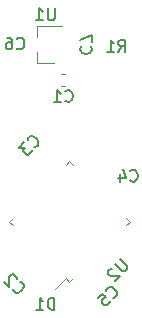
<source format=gbo>
%TF.GenerationSoftware,KiCad,Pcbnew,5.1.6*%
%TF.CreationDate,2020-10-25T22:33:59+01:00*%
%TF.ProjectId,anykey,616e796b-6579-42e6-9b69-6361645f7063,rev?*%
%TF.SameCoordinates,Original*%
%TF.FileFunction,Legend,Bot*%
%TF.FilePolarity,Positive*%
%FSLAX46Y46*%
G04 Gerber Fmt 4.6, Leading zero omitted, Abs format (unit mm)*
G04 Created by KiCad (PCBNEW 5.1.6) date 2020-10-25 22:33:59*
%MOMM*%
%LPD*%
G01*
G04 APERTURE LIST*
%ADD10C,0.120000*%
%ADD11C,0.150000*%
%ADD12C,4.100000*%
%ADD13C,2.300000*%
%ADD14R,1.000000X0.900000*%
%ADD15R,11.100000X8.250000*%
%ADD16R,0.700000X0.500000*%
G04 APERTURE END LIST*
D10*
%TO.C,U2*%
X149681802Y-83787113D02*
X148769634Y-84699281D01*
X150000000Y-84105311D02*
X149681802Y-83787113D01*
X150318198Y-83787113D02*
X150000000Y-84105311D01*
X155105311Y-79000000D02*
X154787113Y-78681802D01*
X154787113Y-79318198D02*
X155105311Y-79000000D01*
X144894689Y-79000000D02*
X145212887Y-79318198D01*
X145212887Y-78681802D02*
X144894689Y-79000000D01*
X150000000Y-73894689D02*
X150318198Y-74212887D01*
X149681802Y-74212887D02*
X150000000Y-73894689D01*
%TO.C,U1*%
X147240000Y-65580000D02*
X147240000Y-64650000D01*
X147240000Y-62420000D02*
X147240000Y-63350000D01*
X147240000Y-62420000D02*
X149400000Y-62420000D01*
X147240000Y-65580000D02*
X148700000Y-65580000D01*
%TO.C,C1*%
X149337221Y-66490000D02*
X149662779Y-66490000D01*
X149337221Y-67510000D02*
X149662779Y-67510000D01*
%TO.C,C4*%
D11*
X155166666Y-75527142D02*
X155214285Y-75574761D01*
X155357142Y-75622380D01*
X155452380Y-75622380D01*
X155595238Y-75574761D01*
X155690476Y-75479523D01*
X155738095Y-75384285D01*
X155785714Y-75193809D01*
X155785714Y-75050952D01*
X155738095Y-74860476D01*
X155690476Y-74765238D01*
X155595238Y-74670000D01*
X155452380Y-74622380D01*
X155357142Y-74622380D01*
X155214285Y-74670000D01*
X155166666Y-74717619D01*
X154309523Y-74955714D02*
X154309523Y-75622380D01*
X154547619Y-74574761D02*
X154785714Y-75289047D01*
X154166666Y-75289047D01*
%TO.C,C6*%
X145566666Y-64327142D02*
X145614285Y-64374761D01*
X145757142Y-64422380D01*
X145852380Y-64422380D01*
X145995238Y-64374761D01*
X146090476Y-64279523D01*
X146138095Y-64184285D01*
X146185714Y-63993809D01*
X146185714Y-63850952D01*
X146138095Y-63660476D01*
X146090476Y-63565238D01*
X145995238Y-63470000D01*
X145852380Y-63422380D01*
X145757142Y-63422380D01*
X145614285Y-63470000D01*
X145566666Y-63517619D01*
X144709523Y-63422380D02*
X144900000Y-63422380D01*
X144995238Y-63470000D01*
X145042857Y-63517619D01*
X145138095Y-63660476D01*
X145185714Y-63850952D01*
X145185714Y-64231904D01*
X145138095Y-64327142D01*
X145090476Y-64374761D01*
X144995238Y-64422380D01*
X144804761Y-64422380D01*
X144709523Y-64374761D01*
X144661904Y-64327142D01*
X144614285Y-64231904D01*
X144614285Y-63993809D01*
X144661904Y-63898571D01*
X144709523Y-63850952D01*
X144804761Y-63803333D01*
X144995238Y-63803333D01*
X145090476Y-63850952D01*
X145138095Y-63898571D01*
X145185714Y-63993809D01*
%TO.C,U2*%
X154288097Y-82210601D02*
X154860517Y-82783021D01*
X154894189Y-82884036D01*
X154894189Y-82951380D01*
X154860517Y-83052395D01*
X154725830Y-83187082D01*
X154624815Y-83220754D01*
X154557471Y-83220754D01*
X154456456Y-83187082D01*
X153884036Y-82614662D01*
X153648334Y-82985052D02*
X153580991Y-82985052D01*
X153479975Y-83018723D01*
X153311617Y-83187082D01*
X153277945Y-83288097D01*
X153277945Y-83355441D01*
X153311617Y-83456456D01*
X153378960Y-83523800D01*
X153513647Y-83591143D01*
X154321769Y-83591143D01*
X153884036Y-84028876D01*
%TO.C,U1*%
X148761904Y-60952380D02*
X148761904Y-61761904D01*
X148714285Y-61857142D01*
X148666666Y-61904761D01*
X148571428Y-61952380D01*
X148380952Y-61952380D01*
X148285714Y-61904761D01*
X148238095Y-61857142D01*
X148190476Y-61761904D01*
X148190476Y-60952380D01*
X147190476Y-61952380D02*
X147761904Y-61952380D01*
X147476190Y-61952380D02*
X147476190Y-60952380D01*
X147571428Y-61095238D01*
X147666666Y-61190476D01*
X147761904Y-61238095D01*
%TO.C,R1*%
X154166666Y-64622380D02*
X154500000Y-64146190D01*
X154738095Y-64622380D02*
X154738095Y-63622380D01*
X154357142Y-63622380D01*
X154261904Y-63670000D01*
X154214285Y-63717619D01*
X154166666Y-63812857D01*
X154166666Y-63955714D01*
X154214285Y-64050952D01*
X154261904Y-64098571D01*
X154357142Y-64146190D01*
X154738095Y-64146190D01*
X153214285Y-64622380D02*
X153785714Y-64622380D01*
X153500000Y-64622380D02*
X153500000Y-63622380D01*
X153595238Y-63765238D01*
X153690476Y-63860476D01*
X153785714Y-63908095D01*
%TO.C,D1*%
X148738095Y-86452380D02*
X148738095Y-85452380D01*
X148500000Y-85452380D01*
X148357142Y-85500000D01*
X148261904Y-85595238D01*
X148214285Y-85690476D01*
X148166666Y-85880952D01*
X148166666Y-86023809D01*
X148214285Y-86214285D01*
X148261904Y-86309523D01*
X148357142Y-86404761D01*
X148500000Y-86452380D01*
X148738095Y-86452380D01*
X147214285Y-86452380D02*
X147785714Y-86452380D01*
X147500000Y-86452380D02*
X147500000Y-85452380D01*
X147595238Y-85595238D01*
X147690476Y-85690476D01*
X147785714Y-85738095D01*
%TO.C,C7*%
X151012857Y-64166666D02*
X150965238Y-64214285D01*
X150917619Y-64357142D01*
X150917619Y-64452380D01*
X150965238Y-64595238D01*
X151060476Y-64690476D01*
X151155714Y-64738095D01*
X151346190Y-64785714D01*
X151489047Y-64785714D01*
X151679523Y-64738095D01*
X151774761Y-64690476D01*
X151870000Y-64595238D01*
X151917619Y-64452380D01*
X151917619Y-64357142D01*
X151870000Y-64214285D01*
X151822380Y-64166666D01*
X151917619Y-63833333D02*
X151917619Y-63166666D01*
X150917619Y-63595238D01*
%TO.C,C5*%
X153697704Y-85462002D02*
X153765047Y-85462002D01*
X153899734Y-85394658D01*
X153967078Y-85327315D01*
X154034421Y-85192627D01*
X154034421Y-85057940D01*
X154000750Y-84956925D01*
X153899734Y-84788566D01*
X153798719Y-84687551D01*
X153630360Y-84586536D01*
X153529345Y-84552864D01*
X153394658Y-84552864D01*
X153259971Y-84620208D01*
X153192627Y-84687551D01*
X153125284Y-84822238D01*
X153125284Y-84889582D01*
X152418177Y-85462002D02*
X152754895Y-85125284D01*
X153125284Y-85428330D01*
X153057940Y-85428330D01*
X152956925Y-85462002D01*
X152788566Y-85630360D01*
X152754895Y-85731376D01*
X152754895Y-85798719D01*
X152788566Y-85899734D01*
X152956925Y-86068093D01*
X153057940Y-86101765D01*
X153125284Y-86101765D01*
X153226299Y-86068093D01*
X153394658Y-85899734D01*
X153428330Y-85798719D01*
X153428330Y-85731376D01*
%TO.C,C3*%
X147043074Y-72707372D02*
X147110417Y-72707372D01*
X147245104Y-72640028D01*
X147312448Y-72572685D01*
X147379791Y-72437997D01*
X147379791Y-72303310D01*
X147346120Y-72202295D01*
X147245104Y-72033936D01*
X147144089Y-71932921D01*
X146975730Y-71831906D01*
X146874715Y-71798234D01*
X146740028Y-71798234D01*
X146605341Y-71865578D01*
X146537997Y-71932921D01*
X146470654Y-72067608D01*
X146470654Y-72134952D01*
X146167608Y-72303310D02*
X145729875Y-72741043D01*
X146234952Y-72774715D01*
X146133936Y-72875730D01*
X146100265Y-72976746D01*
X146100265Y-73044089D01*
X146133936Y-73145104D01*
X146302295Y-73313463D01*
X146403310Y-73347135D01*
X146470654Y-73347135D01*
X146571669Y-73313463D01*
X146773700Y-73111433D01*
X146807372Y-73010417D01*
X146807372Y-72943074D01*
%TO.C,C2*%
X145237997Y-84697704D02*
X145237997Y-84765047D01*
X145305341Y-84899734D01*
X145372685Y-84967078D01*
X145507372Y-85034421D01*
X145642059Y-85034421D01*
X145743074Y-85000750D01*
X145911433Y-84899734D01*
X146012448Y-84798719D01*
X146113463Y-84630360D01*
X146147135Y-84529345D01*
X146147135Y-84394658D01*
X146079791Y-84259971D01*
X146012448Y-84192627D01*
X145877761Y-84125284D01*
X145810417Y-84125284D01*
X145541043Y-83855910D02*
X145541043Y-83788566D01*
X145507372Y-83687551D01*
X145339013Y-83519192D01*
X145237997Y-83485521D01*
X145170654Y-83485521D01*
X145069639Y-83519192D01*
X145002295Y-83586536D01*
X144934952Y-83721223D01*
X144934952Y-84529345D01*
X144497219Y-84091612D01*
%TO.C,C1*%
X149666666Y-68787142D02*
X149714285Y-68834761D01*
X149857142Y-68882380D01*
X149952380Y-68882380D01*
X150095238Y-68834761D01*
X150190476Y-68739523D01*
X150238095Y-68644285D01*
X150285714Y-68453809D01*
X150285714Y-68310952D01*
X150238095Y-68120476D01*
X150190476Y-68025238D01*
X150095238Y-67930000D01*
X149952380Y-67882380D01*
X149857142Y-67882380D01*
X149714285Y-67930000D01*
X149666666Y-67977619D01*
X148714285Y-68882380D02*
X149285714Y-68882380D01*
X149000000Y-68882380D02*
X149000000Y-67882380D01*
X149095238Y-68025238D01*
X149190476Y-68120476D01*
X149285714Y-68168095D01*
%TD*%
%LPC*%
%TO.C,C4*%
G36*
G01*
X154860000Y-73802500D02*
X154860000Y-74197500D01*
G75*
G02*
X154687500Y-74370000I-172500J0D01*
G01*
X154342500Y-74370000D01*
G75*
G02*
X154170000Y-74197500I0J172500D01*
G01*
X154170000Y-73802500D01*
G75*
G02*
X154342500Y-73630000I172500J0D01*
G01*
X154687500Y-73630000D01*
G75*
G02*
X154860000Y-73802500I0J-172500D01*
G01*
G37*
G36*
G01*
X155830000Y-73802500D02*
X155830000Y-74197500D01*
G75*
G02*
X155657500Y-74370000I-172500J0D01*
G01*
X155312500Y-74370000D01*
G75*
G02*
X155140000Y-74197500I0J172500D01*
G01*
X155140000Y-73802500D01*
G75*
G02*
X155312500Y-73630000I172500J0D01*
G01*
X155657500Y-73630000D01*
G75*
G02*
X155830000Y-73802500I0J-172500D01*
G01*
G37*
%TD*%
D12*
%TO.C,SW1*%
X150000000Y-71500000D03*
D13*
X146190000Y-68960000D03*
X152540000Y-66420000D03*
%TD*%
%TO.C,C6*%
G36*
G01*
X145540000Y-62997500D02*
X145540000Y-62602500D01*
G75*
G02*
X145712500Y-62430000I172500J0D01*
G01*
X146057500Y-62430000D01*
G75*
G02*
X146230000Y-62602500I0J-172500D01*
G01*
X146230000Y-62997500D01*
G75*
G02*
X146057500Y-63170000I-172500J0D01*
G01*
X145712500Y-63170000D01*
G75*
G02*
X145540000Y-62997500I0J172500D01*
G01*
G37*
G36*
G01*
X144570000Y-62997500D02*
X144570000Y-62602500D01*
G75*
G02*
X144742500Y-62430000I172500J0D01*
G01*
X145087500Y-62430000D01*
G75*
G02*
X145260000Y-62602500I0J-172500D01*
G01*
X145260000Y-62997500D01*
G75*
G02*
X145087500Y-63170000I-172500J0D01*
G01*
X144742500Y-63170000D01*
G75*
G02*
X144570000Y-62997500I0J172500D01*
G01*
G37*
%TD*%
%TO.C,U2*%
G36*
G01*
X151343503Y-84515433D02*
X150371230Y-83543162D01*
G75*
G02*
X150371230Y-83401740I70711J70711D01*
G01*
X150512652Y-83260318D01*
G75*
G02*
X150654074Y-83260318I70711J-70711D01*
G01*
X151626346Y-84232590D01*
G75*
G02*
X151626346Y-84374012I-70711J-70711D01*
G01*
X151484924Y-84515434D01*
G75*
G02*
X151343502Y-84515434I-70711J70711D01*
G01*
G37*
G36*
G01*
X151697057Y-84161879D02*
X150724784Y-83189608D01*
G75*
G02*
X150724784Y-83048186I70711J70711D01*
G01*
X150866206Y-82906764D01*
G75*
G02*
X151007628Y-82906764I70711J-70711D01*
G01*
X151979900Y-83879036D01*
G75*
G02*
X151979900Y-84020458I-70711J-70711D01*
G01*
X151838478Y-84161880D01*
G75*
G02*
X151697056Y-84161880I-70711J70711D01*
G01*
G37*
G36*
G01*
X152050610Y-83808326D02*
X151078337Y-82836055D01*
G75*
G02*
X151078337Y-82694633I70711J70711D01*
G01*
X151219759Y-82553211D01*
G75*
G02*
X151361181Y-82553211I70711J-70711D01*
G01*
X152333453Y-83525483D01*
G75*
G02*
X152333453Y-83666905I-70711J-70711D01*
G01*
X152192031Y-83808327D01*
G75*
G02*
X152050609Y-83808327I-70711J70711D01*
G01*
G37*
G36*
G01*
X152404164Y-83454772D02*
X151431891Y-82482501D01*
G75*
G02*
X151431891Y-82341079I70711J70711D01*
G01*
X151573313Y-82199657D01*
G75*
G02*
X151714735Y-82199657I70711J-70711D01*
G01*
X152687007Y-83171929D01*
G75*
G02*
X152687007Y-83313351I-70711J-70711D01*
G01*
X152545585Y-83454773D01*
G75*
G02*
X152404163Y-83454773I-70711J70711D01*
G01*
G37*
G36*
G01*
X152757717Y-83101219D02*
X151785444Y-82128948D01*
G75*
G02*
X151785444Y-81987526I70711J70711D01*
G01*
X151926866Y-81846104D01*
G75*
G02*
X152068288Y-81846104I70711J-70711D01*
G01*
X153040560Y-82818376D01*
G75*
G02*
X153040560Y-82959798I-70711J-70711D01*
G01*
X152899138Y-83101220D01*
G75*
G02*
X152757716Y-83101220I-70711J70711D01*
G01*
G37*
G36*
G01*
X153111270Y-82747666D02*
X152138997Y-81775395D01*
G75*
G02*
X152138997Y-81633973I70711J70711D01*
G01*
X152280419Y-81492551D01*
G75*
G02*
X152421841Y-81492551I70711J-70711D01*
G01*
X153394113Y-82464823D01*
G75*
G02*
X153394113Y-82606245I-70711J-70711D01*
G01*
X153252691Y-82747667D01*
G75*
G02*
X153111269Y-82747667I-70711J70711D01*
G01*
G37*
G36*
G01*
X153464824Y-82394112D02*
X152492551Y-81421841D01*
G75*
G02*
X152492551Y-81280419I70711J70711D01*
G01*
X152633973Y-81138997D01*
G75*
G02*
X152775395Y-81138997I70711J-70711D01*
G01*
X153747667Y-82111269D01*
G75*
G02*
X153747667Y-82252691I-70711J-70711D01*
G01*
X153606245Y-82394113D01*
G75*
G02*
X153464823Y-82394113I-70711J70711D01*
G01*
G37*
G36*
G01*
X153818377Y-82040559D02*
X152846104Y-81068288D01*
G75*
G02*
X152846104Y-80926866I70711J70711D01*
G01*
X152987526Y-80785444D01*
G75*
G02*
X153128948Y-80785444I70711J-70711D01*
G01*
X154101220Y-81757716D01*
G75*
G02*
X154101220Y-81899138I-70711J-70711D01*
G01*
X153959798Y-82040560D01*
G75*
G02*
X153818376Y-82040560I-70711J70711D01*
G01*
G37*
G36*
G01*
X154171930Y-81687006D02*
X153199657Y-80714735D01*
G75*
G02*
X153199657Y-80573313I70711J70711D01*
G01*
X153341079Y-80431891D01*
G75*
G02*
X153482501Y-80431891I70711J-70711D01*
G01*
X154454773Y-81404163D01*
G75*
G02*
X154454773Y-81545585I-70711J-70711D01*
G01*
X154313351Y-81687007D01*
G75*
G02*
X154171929Y-81687007I-70711J70711D01*
G01*
G37*
G36*
G01*
X154525484Y-81333452D02*
X153553211Y-80361181D01*
G75*
G02*
X153553211Y-80219759I70711J70711D01*
G01*
X153694633Y-80078337D01*
G75*
G02*
X153836055Y-80078337I70711J-70711D01*
G01*
X154808327Y-81050609D01*
G75*
G02*
X154808327Y-81192031I-70711J-70711D01*
G01*
X154666905Y-81333453D01*
G75*
G02*
X154525483Y-81333453I-70711J70711D01*
G01*
G37*
G36*
G01*
X154879037Y-80979899D02*
X153906764Y-80007628D01*
G75*
G02*
X153906764Y-79866206I70711J70711D01*
G01*
X154048186Y-79724784D01*
G75*
G02*
X154189608Y-79724784I70711J-70711D01*
G01*
X155161880Y-80697056D01*
G75*
G02*
X155161880Y-80838478I-70711J-70711D01*
G01*
X155020458Y-80979900D01*
G75*
G02*
X154879036Y-80979900I-70711J70711D01*
G01*
G37*
G36*
G01*
X155232591Y-80626345D02*
X154260318Y-79654074D01*
G75*
G02*
X154260318Y-79512652I70711J70711D01*
G01*
X154401740Y-79371230D01*
G75*
G02*
X154543162Y-79371230I70711J-70711D01*
G01*
X155515434Y-80343502D01*
G75*
G02*
X155515434Y-80484924I-70711J-70711D01*
G01*
X155374012Y-80626346D01*
G75*
G02*
X155232590Y-80626346I-70711J70711D01*
G01*
G37*
G36*
G01*
X154401740Y-78628769D02*
X154260318Y-78487348D01*
G75*
G02*
X154260318Y-78345926I70711J70711D01*
G01*
X155232590Y-77373654D01*
G75*
G02*
X155374012Y-77373654I70711J-70711D01*
G01*
X155515434Y-77515076D01*
G75*
G02*
X155515434Y-77656498I-70711J-70711D01*
G01*
X154543162Y-78628770D01*
G75*
G02*
X154401740Y-78628770I-70711J70711D01*
G01*
G37*
G36*
G01*
X154048186Y-78275215D02*
X153906764Y-78133794D01*
G75*
G02*
X153906764Y-77992372I70711J70711D01*
G01*
X154879036Y-77020100D01*
G75*
G02*
X155020458Y-77020100I70711J-70711D01*
G01*
X155161880Y-77161522D01*
G75*
G02*
X155161880Y-77302944I-70711J-70711D01*
G01*
X154189608Y-78275216D01*
G75*
G02*
X154048186Y-78275216I-70711J70711D01*
G01*
G37*
G36*
G01*
X153694633Y-77921662D02*
X153553211Y-77780241D01*
G75*
G02*
X153553211Y-77638819I70711J70711D01*
G01*
X154525483Y-76666547D01*
G75*
G02*
X154666905Y-76666547I70711J-70711D01*
G01*
X154808327Y-76807969D01*
G75*
G02*
X154808327Y-76949391I-70711J-70711D01*
G01*
X153836055Y-77921663D01*
G75*
G02*
X153694633Y-77921663I-70711J70711D01*
G01*
G37*
G36*
G01*
X153341079Y-77568108D02*
X153199657Y-77426687D01*
G75*
G02*
X153199657Y-77285265I70711J70711D01*
G01*
X154171929Y-76312993D01*
G75*
G02*
X154313351Y-76312993I70711J-70711D01*
G01*
X154454773Y-76454415D01*
G75*
G02*
X154454773Y-76595837I-70711J-70711D01*
G01*
X153482501Y-77568109D01*
G75*
G02*
X153341079Y-77568109I-70711J70711D01*
G01*
G37*
G36*
G01*
X152987526Y-77214555D02*
X152846104Y-77073134D01*
G75*
G02*
X152846104Y-76931712I70711J70711D01*
G01*
X153818376Y-75959440D01*
G75*
G02*
X153959798Y-75959440I70711J-70711D01*
G01*
X154101220Y-76100862D01*
G75*
G02*
X154101220Y-76242284I-70711J-70711D01*
G01*
X153128948Y-77214556D01*
G75*
G02*
X152987526Y-77214556I-70711J70711D01*
G01*
G37*
G36*
G01*
X152633973Y-76861002D02*
X152492551Y-76719581D01*
G75*
G02*
X152492551Y-76578159I70711J70711D01*
G01*
X153464823Y-75605887D01*
G75*
G02*
X153606245Y-75605887I70711J-70711D01*
G01*
X153747667Y-75747309D01*
G75*
G02*
X153747667Y-75888731I-70711J-70711D01*
G01*
X152775395Y-76861003D01*
G75*
G02*
X152633973Y-76861003I-70711J70711D01*
G01*
G37*
G36*
G01*
X152280419Y-76507448D02*
X152138997Y-76366027D01*
G75*
G02*
X152138997Y-76224605I70711J70711D01*
G01*
X153111269Y-75252333D01*
G75*
G02*
X153252691Y-75252333I70711J-70711D01*
G01*
X153394113Y-75393755D01*
G75*
G02*
X153394113Y-75535177I-70711J-70711D01*
G01*
X152421841Y-76507449D01*
G75*
G02*
X152280419Y-76507449I-70711J70711D01*
G01*
G37*
G36*
G01*
X151926866Y-76153895D02*
X151785444Y-76012474D01*
G75*
G02*
X151785444Y-75871052I70711J70711D01*
G01*
X152757716Y-74898780D01*
G75*
G02*
X152899138Y-74898780I70711J-70711D01*
G01*
X153040560Y-75040202D01*
G75*
G02*
X153040560Y-75181624I-70711J-70711D01*
G01*
X152068288Y-76153896D01*
G75*
G02*
X151926866Y-76153896I-70711J70711D01*
G01*
G37*
G36*
G01*
X151573313Y-75800342D02*
X151431891Y-75658921D01*
G75*
G02*
X151431891Y-75517499I70711J70711D01*
G01*
X152404163Y-74545227D01*
G75*
G02*
X152545585Y-74545227I70711J-70711D01*
G01*
X152687007Y-74686649D01*
G75*
G02*
X152687007Y-74828071I-70711J-70711D01*
G01*
X151714735Y-75800343D01*
G75*
G02*
X151573313Y-75800343I-70711J70711D01*
G01*
G37*
G36*
G01*
X151219759Y-75446788D02*
X151078337Y-75305367D01*
G75*
G02*
X151078337Y-75163945I70711J70711D01*
G01*
X152050609Y-74191673D01*
G75*
G02*
X152192031Y-74191673I70711J-70711D01*
G01*
X152333453Y-74333095D01*
G75*
G02*
X152333453Y-74474517I-70711J-70711D01*
G01*
X151361181Y-75446789D01*
G75*
G02*
X151219759Y-75446789I-70711J70711D01*
G01*
G37*
G36*
G01*
X150866206Y-75093235D02*
X150724784Y-74951814D01*
G75*
G02*
X150724784Y-74810392I70711J70711D01*
G01*
X151697056Y-73838120D01*
G75*
G02*
X151838478Y-73838120I70711J-70711D01*
G01*
X151979900Y-73979542D01*
G75*
G02*
X151979900Y-74120964I-70711J-70711D01*
G01*
X151007628Y-75093236D01*
G75*
G02*
X150866206Y-75093236I-70711J70711D01*
G01*
G37*
G36*
G01*
X150512652Y-74739681D02*
X150371230Y-74598260D01*
G75*
G02*
X150371230Y-74456838I70711J70711D01*
G01*
X151343502Y-73484566D01*
G75*
G02*
X151484924Y-73484566I70711J-70711D01*
G01*
X151626346Y-73625988D01*
G75*
G02*
X151626346Y-73767410I-70711J-70711D01*
G01*
X150654074Y-74739682D01*
G75*
G02*
X150512652Y-74739682I-70711J70711D01*
G01*
G37*
G36*
G01*
X149345927Y-74739681D02*
X148373654Y-73767410D01*
G75*
G02*
X148373654Y-73625988I70711J70711D01*
G01*
X148515076Y-73484566D01*
G75*
G02*
X148656498Y-73484566I70711J-70711D01*
G01*
X149628770Y-74456838D01*
G75*
G02*
X149628770Y-74598260I-70711J-70711D01*
G01*
X149487348Y-74739682D01*
G75*
G02*
X149345926Y-74739682I-70711J70711D01*
G01*
G37*
G36*
G01*
X148992373Y-75093235D02*
X148020100Y-74120964D01*
G75*
G02*
X148020100Y-73979542I70711J70711D01*
G01*
X148161522Y-73838120D01*
G75*
G02*
X148302944Y-73838120I70711J-70711D01*
G01*
X149275216Y-74810392D01*
G75*
G02*
X149275216Y-74951814I-70711J-70711D01*
G01*
X149133794Y-75093236D01*
G75*
G02*
X148992372Y-75093236I-70711J70711D01*
G01*
G37*
G36*
G01*
X148638820Y-75446788D02*
X147666547Y-74474517D01*
G75*
G02*
X147666547Y-74333095I70711J70711D01*
G01*
X147807969Y-74191673D01*
G75*
G02*
X147949391Y-74191673I70711J-70711D01*
G01*
X148921663Y-75163945D01*
G75*
G02*
X148921663Y-75305367I-70711J-70711D01*
G01*
X148780241Y-75446789D01*
G75*
G02*
X148638819Y-75446789I-70711J70711D01*
G01*
G37*
G36*
G01*
X148285266Y-75800342D02*
X147312993Y-74828071D01*
G75*
G02*
X147312993Y-74686649I70711J70711D01*
G01*
X147454415Y-74545227D01*
G75*
G02*
X147595837Y-74545227I70711J-70711D01*
G01*
X148568109Y-75517499D01*
G75*
G02*
X148568109Y-75658921I-70711J-70711D01*
G01*
X148426687Y-75800343D01*
G75*
G02*
X148285265Y-75800343I-70711J70711D01*
G01*
G37*
G36*
G01*
X147931713Y-76153895D02*
X146959440Y-75181624D01*
G75*
G02*
X146959440Y-75040202I70711J70711D01*
G01*
X147100862Y-74898780D01*
G75*
G02*
X147242284Y-74898780I70711J-70711D01*
G01*
X148214556Y-75871052D01*
G75*
G02*
X148214556Y-76012474I-70711J-70711D01*
G01*
X148073134Y-76153896D01*
G75*
G02*
X147931712Y-76153896I-70711J70711D01*
G01*
G37*
G36*
G01*
X147578160Y-76507448D02*
X146605887Y-75535177D01*
G75*
G02*
X146605887Y-75393755I70711J70711D01*
G01*
X146747309Y-75252333D01*
G75*
G02*
X146888731Y-75252333I70711J-70711D01*
G01*
X147861003Y-76224605D01*
G75*
G02*
X147861003Y-76366027I-70711J-70711D01*
G01*
X147719581Y-76507449D01*
G75*
G02*
X147578159Y-76507449I-70711J70711D01*
G01*
G37*
G36*
G01*
X147224606Y-76861002D02*
X146252333Y-75888731D01*
G75*
G02*
X146252333Y-75747309I70711J70711D01*
G01*
X146393755Y-75605887D01*
G75*
G02*
X146535177Y-75605887I70711J-70711D01*
G01*
X147507449Y-76578159D01*
G75*
G02*
X147507449Y-76719581I-70711J-70711D01*
G01*
X147366027Y-76861003D01*
G75*
G02*
X147224605Y-76861003I-70711J70711D01*
G01*
G37*
G36*
G01*
X146871053Y-77214555D02*
X145898780Y-76242284D01*
G75*
G02*
X145898780Y-76100862I70711J70711D01*
G01*
X146040202Y-75959440D01*
G75*
G02*
X146181624Y-75959440I70711J-70711D01*
G01*
X147153896Y-76931712D01*
G75*
G02*
X147153896Y-77073134I-70711J-70711D01*
G01*
X147012474Y-77214556D01*
G75*
G02*
X146871052Y-77214556I-70711J70711D01*
G01*
G37*
G36*
G01*
X146517500Y-77568108D02*
X145545227Y-76595837D01*
G75*
G02*
X145545227Y-76454415I70711J70711D01*
G01*
X145686649Y-76312993D01*
G75*
G02*
X145828071Y-76312993I70711J-70711D01*
G01*
X146800343Y-77285265D01*
G75*
G02*
X146800343Y-77426687I-70711J-70711D01*
G01*
X146658921Y-77568109D01*
G75*
G02*
X146517499Y-77568109I-70711J70711D01*
G01*
G37*
G36*
G01*
X146163946Y-77921662D02*
X145191673Y-76949391D01*
G75*
G02*
X145191673Y-76807969I70711J70711D01*
G01*
X145333095Y-76666547D01*
G75*
G02*
X145474517Y-76666547I70711J-70711D01*
G01*
X146446789Y-77638819D01*
G75*
G02*
X146446789Y-77780241I-70711J-70711D01*
G01*
X146305367Y-77921663D01*
G75*
G02*
X146163945Y-77921663I-70711J70711D01*
G01*
G37*
G36*
G01*
X145810393Y-78275215D02*
X144838120Y-77302944D01*
G75*
G02*
X144838120Y-77161522I70711J70711D01*
G01*
X144979542Y-77020100D01*
G75*
G02*
X145120964Y-77020100I70711J-70711D01*
G01*
X146093236Y-77992372D01*
G75*
G02*
X146093236Y-78133794I-70711J-70711D01*
G01*
X145951814Y-78275216D01*
G75*
G02*
X145810392Y-78275216I-70711J70711D01*
G01*
G37*
G36*
G01*
X145456839Y-78628769D02*
X144484566Y-77656498D01*
G75*
G02*
X144484566Y-77515076I70711J70711D01*
G01*
X144625988Y-77373654D01*
G75*
G02*
X144767410Y-77373654I70711J-70711D01*
G01*
X145739682Y-78345926D01*
G75*
G02*
X145739682Y-78487348I-70711J-70711D01*
G01*
X145598260Y-78628770D01*
G75*
G02*
X145456838Y-78628770I-70711J70711D01*
G01*
G37*
G36*
G01*
X144625988Y-80626345D02*
X144484566Y-80484924D01*
G75*
G02*
X144484566Y-80343502I70711J70711D01*
G01*
X145456838Y-79371230D01*
G75*
G02*
X145598260Y-79371230I70711J-70711D01*
G01*
X145739682Y-79512652D01*
G75*
G02*
X145739682Y-79654074I-70711J-70711D01*
G01*
X144767410Y-80626346D01*
G75*
G02*
X144625988Y-80626346I-70711J70711D01*
G01*
G37*
G36*
G01*
X144979542Y-80979899D02*
X144838120Y-80838478D01*
G75*
G02*
X144838120Y-80697056I70711J70711D01*
G01*
X145810392Y-79724784D01*
G75*
G02*
X145951814Y-79724784I70711J-70711D01*
G01*
X146093236Y-79866206D01*
G75*
G02*
X146093236Y-80007628I-70711J-70711D01*
G01*
X145120964Y-80979900D01*
G75*
G02*
X144979542Y-80979900I-70711J70711D01*
G01*
G37*
G36*
G01*
X145333095Y-81333452D02*
X145191673Y-81192031D01*
G75*
G02*
X145191673Y-81050609I70711J70711D01*
G01*
X146163945Y-80078337D01*
G75*
G02*
X146305367Y-80078337I70711J-70711D01*
G01*
X146446789Y-80219759D01*
G75*
G02*
X146446789Y-80361181I-70711J-70711D01*
G01*
X145474517Y-81333453D01*
G75*
G02*
X145333095Y-81333453I-70711J70711D01*
G01*
G37*
G36*
G01*
X145686649Y-81687006D02*
X145545227Y-81545585D01*
G75*
G02*
X145545227Y-81404163I70711J70711D01*
G01*
X146517499Y-80431891D01*
G75*
G02*
X146658921Y-80431891I70711J-70711D01*
G01*
X146800343Y-80573313D01*
G75*
G02*
X146800343Y-80714735I-70711J-70711D01*
G01*
X145828071Y-81687007D01*
G75*
G02*
X145686649Y-81687007I-70711J70711D01*
G01*
G37*
G36*
G01*
X146040202Y-82040559D02*
X145898780Y-81899138D01*
G75*
G02*
X145898780Y-81757716I70711J70711D01*
G01*
X146871052Y-80785444D01*
G75*
G02*
X147012474Y-80785444I70711J-70711D01*
G01*
X147153896Y-80926866D01*
G75*
G02*
X147153896Y-81068288I-70711J-70711D01*
G01*
X146181624Y-82040560D01*
G75*
G02*
X146040202Y-82040560I-70711J70711D01*
G01*
G37*
G36*
G01*
X146393755Y-82394112D02*
X146252333Y-82252691D01*
G75*
G02*
X146252333Y-82111269I70711J70711D01*
G01*
X147224605Y-81138997D01*
G75*
G02*
X147366027Y-81138997I70711J-70711D01*
G01*
X147507449Y-81280419D01*
G75*
G02*
X147507449Y-81421841I-70711J-70711D01*
G01*
X146535177Y-82394113D01*
G75*
G02*
X146393755Y-82394113I-70711J70711D01*
G01*
G37*
G36*
G01*
X146747309Y-82747666D02*
X146605887Y-82606245D01*
G75*
G02*
X146605887Y-82464823I70711J70711D01*
G01*
X147578159Y-81492551D01*
G75*
G02*
X147719581Y-81492551I70711J-70711D01*
G01*
X147861003Y-81633973D01*
G75*
G02*
X147861003Y-81775395I-70711J-70711D01*
G01*
X146888731Y-82747667D01*
G75*
G02*
X146747309Y-82747667I-70711J70711D01*
G01*
G37*
G36*
G01*
X147100862Y-83101219D02*
X146959440Y-82959798D01*
G75*
G02*
X146959440Y-82818376I70711J70711D01*
G01*
X147931712Y-81846104D01*
G75*
G02*
X148073134Y-81846104I70711J-70711D01*
G01*
X148214556Y-81987526D01*
G75*
G02*
X148214556Y-82128948I-70711J-70711D01*
G01*
X147242284Y-83101220D01*
G75*
G02*
X147100862Y-83101220I-70711J70711D01*
G01*
G37*
G36*
G01*
X147454415Y-83454772D02*
X147312993Y-83313351D01*
G75*
G02*
X147312993Y-83171929I70711J70711D01*
G01*
X148285265Y-82199657D01*
G75*
G02*
X148426687Y-82199657I70711J-70711D01*
G01*
X148568109Y-82341079D01*
G75*
G02*
X148568109Y-82482501I-70711J-70711D01*
G01*
X147595837Y-83454773D01*
G75*
G02*
X147454415Y-83454773I-70711J70711D01*
G01*
G37*
G36*
G01*
X147807969Y-83808326D02*
X147666547Y-83666905D01*
G75*
G02*
X147666547Y-83525483I70711J70711D01*
G01*
X148638819Y-82553211D01*
G75*
G02*
X148780241Y-82553211I70711J-70711D01*
G01*
X148921663Y-82694633D01*
G75*
G02*
X148921663Y-82836055I-70711J-70711D01*
G01*
X147949391Y-83808327D01*
G75*
G02*
X147807969Y-83808327I-70711J70711D01*
G01*
G37*
G36*
G01*
X148161522Y-84161879D02*
X148020100Y-84020458D01*
G75*
G02*
X148020100Y-83879036I70711J70711D01*
G01*
X148992372Y-82906764D01*
G75*
G02*
X149133794Y-82906764I70711J-70711D01*
G01*
X149275216Y-83048186D01*
G75*
G02*
X149275216Y-83189608I-70711J-70711D01*
G01*
X148302944Y-84161880D01*
G75*
G02*
X148161522Y-84161880I-70711J70711D01*
G01*
G37*
G36*
G01*
X148515076Y-84515433D02*
X148373654Y-84374012D01*
G75*
G02*
X148373654Y-84232590I70711J70711D01*
G01*
X149345926Y-83260318D01*
G75*
G02*
X149487348Y-83260318I70711J-70711D01*
G01*
X149628770Y-83401740D01*
G75*
G02*
X149628770Y-83543162I-70711J-70711D01*
G01*
X148656498Y-84515434D01*
G75*
G02*
X148515076Y-84515434I-70711J70711D01*
G01*
G37*
%TD*%
D14*
%TO.C,U1*%
X149000000Y-63050000D03*
X149000000Y-64950000D03*
X147000000Y-64000000D03*
%TD*%
%TO.C,R1*%
G36*
G01*
X154140000Y-63197500D02*
X154140000Y-62802500D01*
G75*
G02*
X154312500Y-62630000I172500J0D01*
G01*
X154657500Y-62630000D01*
G75*
G02*
X154830000Y-62802500I0J-172500D01*
G01*
X154830000Y-63197500D01*
G75*
G02*
X154657500Y-63370000I-172500J0D01*
G01*
X154312500Y-63370000D01*
G75*
G02*
X154140000Y-63197500I0J172500D01*
G01*
G37*
G36*
G01*
X153170000Y-63197500D02*
X153170000Y-62802500D01*
G75*
G02*
X153342500Y-62630000I172500J0D01*
G01*
X153687500Y-62630000D01*
G75*
G02*
X153860000Y-62802500I0J-172500D01*
G01*
X153860000Y-63197500D01*
G75*
G02*
X153687500Y-63370000I-172500J0D01*
G01*
X153342500Y-63370000D01*
G75*
G02*
X153170000Y-63197500I0J172500D01*
G01*
G37*
%TD*%
D15*
%TO.C,J1*%
X150000000Y-54575000D03*
%TD*%
D16*
%TO.C,D1*%
X149350000Y-85600000D03*
X150650000Y-85600000D03*
X150650000Y-86400000D03*
X149350000Y-86400000D03*
%TD*%
%TO.C,C7*%
G36*
G01*
X150397500Y-64830000D02*
X150002500Y-64830000D01*
G75*
G02*
X149830000Y-64657500I0J172500D01*
G01*
X149830000Y-64312500D01*
G75*
G02*
X150002500Y-64140000I172500J0D01*
G01*
X150397500Y-64140000D01*
G75*
G02*
X150570000Y-64312500I0J-172500D01*
G01*
X150570000Y-64657500D01*
G75*
G02*
X150397500Y-64830000I-172500J0D01*
G01*
G37*
G36*
G01*
X150397500Y-63860000D02*
X150002500Y-63860000D01*
G75*
G02*
X149830000Y-63687500I0J172500D01*
G01*
X149830000Y-63342500D01*
G75*
G02*
X150002500Y-63170000I172500J0D01*
G01*
X150397500Y-63170000D01*
G75*
G02*
X150570000Y-63342500I0J-172500D01*
G01*
X150570000Y-63687500D01*
G75*
G02*
X150397500Y-63860000I-172500J0D01*
G01*
G37*
%TD*%
%TO.C,C5*%
G36*
G01*
X152052755Y-85226552D02*
X151773447Y-84947245D01*
G75*
G02*
X151773447Y-84703293I121976J121976D01*
G01*
X152017399Y-84459341D01*
G75*
G02*
X152261351Y-84459341I121976J-121976D01*
G01*
X152540659Y-84738649D01*
G75*
G02*
X152540659Y-84982601I-121976J-121976D01*
G01*
X152296707Y-85226553D01*
G75*
G02*
X152052755Y-85226553I-121976J121976D01*
G01*
G37*
G36*
G01*
X152738649Y-84540658D02*
X152459341Y-84261351D01*
G75*
G02*
X152459341Y-84017399I121976J121976D01*
G01*
X152703293Y-83773447D01*
G75*
G02*
X152947245Y-83773447I121976J-121976D01*
G01*
X153226553Y-84052755D01*
G75*
G02*
X153226553Y-84296707I-121976J-121976D01*
G01*
X152982601Y-84540659D01*
G75*
G02*
X152738649Y-84540659I-121976J121976D01*
G01*
G37*
%TD*%
%TO.C,C3*%
G36*
G01*
X147947245Y-72673448D02*
X148226553Y-72952755D01*
G75*
G02*
X148226553Y-73196707I-121976J-121976D01*
G01*
X147982601Y-73440659D01*
G75*
G02*
X147738649Y-73440659I-121976J121976D01*
G01*
X147459341Y-73161351D01*
G75*
G02*
X147459341Y-72917399I121976J121976D01*
G01*
X147703293Y-72673447D01*
G75*
G02*
X147947245Y-72673447I121976J-121976D01*
G01*
G37*
G36*
G01*
X147261351Y-73359342D02*
X147540659Y-73638649D01*
G75*
G02*
X147540659Y-73882601I-121976J-121976D01*
G01*
X147296707Y-74126553D01*
G75*
G02*
X147052755Y-74126553I-121976J121976D01*
G01*
X146773447Y-73847245D01*
G75*
G02*
X146773447Y-73603293I121976J121976D01*
G01*
X147017399Y-73359341D01*
G75*
G02*
X147261351Y-73359341I121976J-121976D01*
G01*
G37*
%TD*%
%TO.C,C2*%
G36*
G01*
X146159342Y-83738649D02*
X146438649Y-83459341D01*
G75*
G02*
X146682601Y-83459341I121976J-121976D01*
G01*
X146926553Y-83703293D01*
G75*
G02*
X146926553Y-83947245I-121976J-121976D01*
G01*
X146647245Y-84226553D01*
G75*
G02*
X146403293Y-84226553I-121976J121976D01*
G01*
X146159341Y-83982601D01*
G75*
G02*
X146159341Y-83738649I121976J121976D01*
G01*
G37*
G36*
G01*
X145473448Y-83052755D02*
X145752755Y-82773447D01*
G75*
G02*
X145996707Y-82773447I121976J-121976D01*
G01*
X146240659Y-83017399D01*
G75*
G02*
X146240659Y-83261351I-121976J-121976D01*
G01*
X145961351Y-83540659D01*
G75*
G02*
X145717399Y-83540659I-121976J121976D01*
G01*
X145473447Y-83296707D01*
G75*
G02*
X145473447Y-83052755I121976J121976D01*
G01*
G37*
%TD*%
%TO.C,C1*%
G36*
G01*
X149800000Y-67281250D02*
X149800000Y-66718750D01*
G75*
G02*
X150043750Y-66475000I243750J0D01*
G01*
X150531250Y-66475000D01*
G75*
G02*
X150775000Y-66718750I0J-243750D01*
G01*
X150775000Y-67281250D01*
G75*
G02*
X150531250Y-67525000I-243750J0D01*
G01*
X150043750Y-67525000D01*
G75*
G02*
X149800000Y-67281250I0J243750D01*
G01*
G37*
G36*
G01*
X148225000Y-67281250D02*
X148225000Y-66718750D01*
G75*
G02*
X148468750Y-66475000I243750J0D01*
G01*
X148956250Y-66475000D01*
G75*
G02*
X149200000Y-66718750I0J-243750D01*
G01*
X149200000Y-67281250D01*
G75*
G02*
X148956250Y-67525000I-243750J0D01*
G01*
X148468750Y-67525000D01*
G75*
G02*
X148225000Y-67281250I0J243750D01*
G01*
G37*
%TD*%
M02*

</source>
